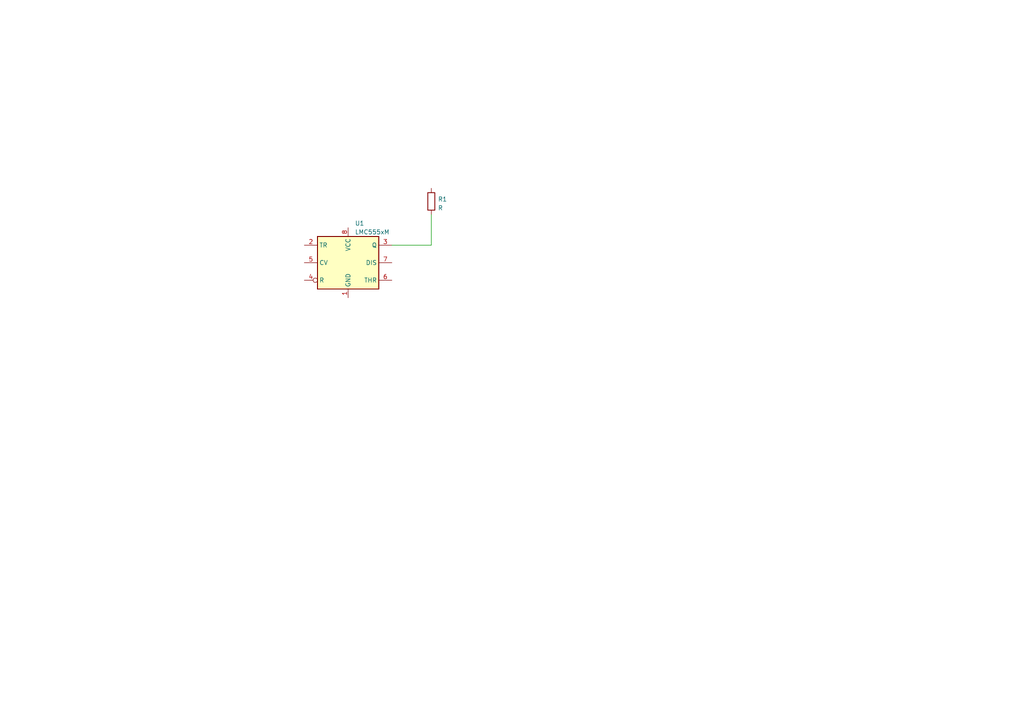
<source format=kicad_sch>
(kicad_sch (version 20230121) (generator eeschema)
  (paper "A4")
  (lib_symbols
    (symbol "Device:R" (pin_numbers hide) (pin_names (offset 0))
      (property "Reference" "R" (at 2.032 0 90))
      (property "Value" "R" (at 0 0 90))
      (symbol "R_0_1"
        (rectangle (start -1.016 -2.54) (end 1.016 2.54) (stroke (width 0.254)))
      )
      (symbol "R_1_1"
        (pin passive line (at 0 3.81 270) (length 1.27) (name "~") (number "1"))
        (pin passive line (at 0 -3.81 90) (length 1.27) (name "~") (number "2"))
      )
    )
    (symbol "Timer:LMC555xM"
      (property "Reference" "U" (at -10.16 8.89 0))
      (property "Value" "LMC555xM" (at 2.54 8.89 0))
      (symbol "LMC555xM_0_0"
        (pin power_in line (at 0 -10.16 90) (length 2.54) (name "GND") (number "1"))
        (pin power_in line (at 0 10.16 270) (length 2.54) (name "VCC") (number "8"))
      )
      (symbol "LMC555xM_0_1"
        (rectangle (start -8.89 -7.62) (end 8.89 7.62) (stroke (width 0.254)) (fill (type background)))
        (rectangle (start -8.89 -7.62) (end 8.89 7.62) (stroke (width 0.254)) (fill (type background)))
      )
      (symbol "LMC555xM_1_1"
        (pin input line (at -12.7 5.08 0) (length 3.81) (name "TR") (number "2"))
        (pin output line (at 12.7 5.08 180) (length 3.81) (name "Q") (number "3"))
        (pin input inverted (at -12.7 -5.08 0) (length 3.81) (name "R") (number "4"))
        (pin input line (at -12.7 0 0) (length 3.81) (name "CV") (number "5"))
        (pin input line (at 12.7 -5.08 180) (length 3.81) (name "THR") (number "6"))
        (pin input line (at 12.7 0 180) (length 3.81) (name "DIS") (number "7"))
      )
    )
  )
  (wire (pts (xy 125.095 71.12) (xy 113.665 71.12)))
  (wire (pts (xy 125.095 62.23) (xy 125.095 71.12)))
  (symbol (lib_id "Timer:LMC555xM") (at 100.965 76.2 0) (unit 1)
    (property "Reference" "U1" (at 102.9209 64.77 0) (effects (justify left)))
    (property "Value" "LMC555xM" (at 102.9209 67.31 0) (effects (justify left)))
    (property "Footprint" "Package_SO:SOIC-8_3.9x4.9mm_P1.27mm" (effects hide))
    (property "Datasheet" "http://www.ti.com/lit/ds/symlink/lmc555.pdf" (effects hide))
  )
  (symbol (lib_id "Device:R") (at 125.095 58.42 0) (unit 1)
    (property "Reference" "R1" (at 127 57.785 0) (effects (justify left)))
    (property "Value" "R" (at 127 60.325 0) (effects (justify left)))
    (property "Footprint" "Resistor_SMD:R_0805_2012Metric" (effects hide))
  )
)
</source>
